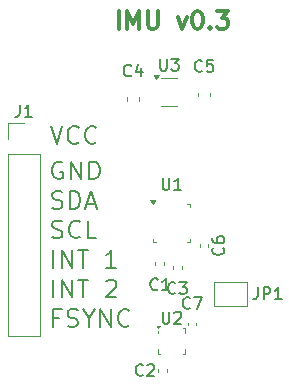
<source format=gbr>
%TF.GenerationSoftware,KiCad,Pcbnew,9.0.4*%
%TF.CreationDate,2025-08-31T17:03:05-04:00*%
%TF.ProjectId,IMU,494d552e-6b69-4636-9164-5f7063625858,0.2*%
%TF.SameCoordinates,Original*%
%TF.FileFunction,Legend,Top*%
%TF.FilePolarity,Positive*%
%FSLAX46Y46*%
G04 Gerber Fmt 4.6, Leading zero omitted, Abs format (unit mm)*
G04 Created by KiCad (PCBNEW 9.0.4) date 2025-08-31 17:03:05*
%MOMM*%
%LPD*%
G01*
G04 APERTURE LIST*
%ADD10C,0.187500*%
%ADD11C,0.300000*%
%ADD12C,0.150000*%
%ADD13C,0.120000*%
G04 APERTURE END LIST*
D10*
X139909069Y-98735250D02*
X140123355Y-98806678D01*
X140123355Y-98806678D02*
X140480497Y-98806678D01*
X140480497Y-98806678D02*
X140623355Y-98735250D01*
X140623355Y-98735250D02*
X140694783Y-98663821D01*
X140694783Y-98663821D02*
X140766212Y-98520964D01*
X140766212Y-98520964D02*
X140766212Y-98378107D01*
X140766212Y-98378107D02*
X140694783Y-98235250D01*
X140694783Y-98235250D02*
X140623355Y-98163821D01*
X140623355Y-98163821D02*
X140480497Y-98092392D01*
X140480497Y-98092392D02*
X140194783Y-98020964D01*
X140194783Y-98020964D02*
X140051926Y-97949535D01*
X140051926Y-97949535D02*
X139980497Y-97878107D01*
X139980497Y-97878107D02*
X139909069Y-97735250D01*
X139909069Y-97735250D02*
X139909069Y-97592392D01*
X139909069Y-97592392D02*
X139980497Y-97449535D01*
X139980497Y-97449535D02*
X140051926Y-97378107D01*
X140051926Y-97378107D02*
X140194783Y-97306678D01*
X140194783Y-97306678D02*
X140551926Y-97306678D01*
X140551926Y-97306678D02*
X140766212Y-97378107D01*
X141409068Y-98806678D02*
X141409068Y-97306678D01*
X141409068Y-97306678D02*
X141766211Y-97306678D01*
X141766211Y-97306678D02*
X141980497Y-97378107D01*
X141980497Y-97378107D02*
X142123354Y-97520964D01*
X142123354Y-97520964D02*
X142194783Y-97663821D01*
X142194783Y-97663821D02*
X142266211Y-97949535D01*
X142266211Y-97949535D02*
X142266211Y-98163821D01*
X142266211Y-98163821D02*
X142194783Y-98449535D01*
X142194783Y-98449535D02*
X142123354Y-98592392D01*
X142123354Y-98592392D02*
X141980497Y-98735250D01*
X141980497Y-98735250D02*
X141766211Y-98806678D01*
X141766211Y-98806678D02*
X141409068Y-98806678D01*
X142837640Y-98378107D02*
X143551926Y-98378107D01*
X142694783Y-98806678D02*
X143194783Y-97306678D01*
X143194783Y-97306678D02*
X143694783Y-98806678D01*
X140480497Y-108020964D02*
X139980497Y-108020964D01*
X139980497Y-108806678D02*
X139980497Y-107306678D01*
X139980497Y-107306678D02*
X140694783Y-107306678D01*
X141194783Y-108735250D02*
X141409069Y-108806678D01*
X141409069Y-108806678D02*
X141766211Y-108806678D01*
X141766211Y-108806678D02*
X141909069Y-108735250D01*
X141909069Y-108735250D02*
X141980497Y-108663821D01*
X141980497Y-108663821D02*
X142051926Y-108520964D01*
X142051926Y-108520964D02*
X142051926Y-108378107D01*
X142051926Y-108378107D02*
X141980497Y-108235250D01*
X141980497Y-108235250D02*
X141909069Y-108163821D01*
X141909069Y-108163821D02*
X141766211Y-108092392D01*
X141766211Y-108092392D02*
X141480497Y-108020964D01*
X141480497Y-108020964D02*
X141337640Y-107949535D01*
X141337640Y-107949535D02*
X141266211Y-107878107D01*
X141266211Y-107878107D02*
X141194783Y-107735250D01*
X141194783Y-107735250D02*
X141194783Y-107592392D01*
X141194783Y-107592392D02*
X141266211Y-107449535D01*
X141266211Y-107449535D02*
X141337640Y-107378107D01*
X141337640Y-107378107D02*
X141480497Y-107306678D01*
X141480497Y-107306678D02*
X141837640Y-107306678D01*
X141837640Y-107306678D02*
X142051926Y-107378107D01*
X142980497Y-108092392D02*
X142980497Y-108806678D01*
X142480497Y-107306678D02*
X142980497Y-108092392D01*
X142980497Y-108092392D02*
X143480497Y-107306678D01*
X143980496Y-108806678D02*
X143980496Y-107306678D01*
X143980496Y-107306678D02*
X144837639Y-108806678D01*
X144837639Y-108806678D02*
X144837639Y-107306678D01*
X146409068Y-108663821D02*
X146337640Y-108735250D01*
X146337640Y-108735250D02*
X146123354Y-108806678D01*
X146123354Y-108806678D02*
X145980497Y-108806678D01*
X145980497Y-108806678D02*
X145766211Y-108735250D01*
X145766211Y-108735250D02*
X145623354Y-108592392D01*
X145623354Y-108592392D02*
X145551925Y-108449535D01*
X145551925Y-108449535D02*
X145480497Y-108163821D01*
X145480497Y-108163821D02*
X145480497Y-107949535D01*
X145480497Y-107949535D02*
X145551925Y-107663821D01*
X145551925Y-107663821D02*
X145623354Y-107520964D01*
X145623354Y-107520964D02*
X145766211Y-107378107D01*
X145766211Y-107378107D02*
X145980497Y-107306678D01*
X145980497Y-107306678D02*
X146123354Y-107306678D01*
X146123354Y-107306678D02*
X146337640Y-107378107D01*
X146337640Y-107378107D02*
X146409068Y-107449535D01*
X139980497Y-106306678D02*
X139980497Y-104806678D01*
X140694783Y-106306678D02*
X140694783Y-104806678D01*
X140694783Y-104806678D02*
X141551926Y-106306678D01*
X141551926Y-106306678D02*
X141551926Y-104806678D01*
X142051927Y-104806678D02*
X142909070Y-104806678D01*
X142480498Y-106306678D02*
X142480498Y-104806678D01*
X144480498Y-104949535D02*
X144551926Y-104878107D01*
X144551926Y-104878107D02*
X144694784Y-104806678D01*
X144694784Y-104806678D02*
X145051926Y-104806678D01*
X145051926Y-104806678D02*
X145194784Y-104878107D01*
X145194784Y-104878107D02*
X145266212Y-104949535D01*
X145266212Y-104949535D02*
X145337641Y-105092392D01*
X145337641Y-105092392D02*
X145337641Y-105235250D01*
X145337641Y-105235250D02*
X145266212Y-105449535D01*
X145266212Y-105449535D02*
X144409069Y-106306678D01*
X144409069Y-106306678D02*
X145337641Y-106306678D01*
X140766212Y-94878107D02*
X140623355Y-94806678D01*
X140623355Y-94806678D02*
X140409069Y-94806678D01*
X140409069Y-94806678D02*
X140194783Y-94878107D01*
X140194783Y-94878107D02*
X140051926Y-95020964D01*
X140051926Y-95020964D02*
X139980497Y-95163821D01*
X139980497Y-95163821D02*
X139909069Y-95449535D01*
X139909069Y-95449535D02*
X139909069Y-95663821D01*
X139909069Y-95663821D02*
X139980497Y-95949535D01*
X139980497Y-95949535D02*
X140051926Y-96092392D01*
X140051926Y-96092392D02*
X140194783Y-96235250D01*
X140194783Y-96235250D02*
X140409069Y-96306678D01*
X140409069Y-96306678D02*
X140551926Y-96306678D01*
X140551926Y-96306678D02*
X140766212Y-96235250D01*
X140766212Y-96235250D02*
X140837640Y-96163821D01*
X140837640Y-96163821D02*
X140837640Y-95663821D01*
X140837640Y-95663821D02*
X140551926Y-95663821D01*
X141480497Y-96306678D02*
X141480497Y-94806678D01*
X141480497Y-94806678D02*
X142337640Y-96306678D01*
X142337640Y-96306678D02*
X142337640Y-94806678D01*
X143051926Y-96306678D02*
X143051926Y-94806678D01*
X143051926Y-94806678D02*
X143409069Y-94806678D01*
X143409069Y-94806678D02*
X143623355Y-94878107D01*
X143623355Y-94878107D02*
X143766212Y-95020964D01*
X143766212Y-95020964D02*
X143837641Y-95163821D01*
X143837641Y-95163821D02*
X143909069Y-95449535D01*
X143909069Y-95449535D02*
X143909069Y-95663821D01*
X143909069Y-95663821D02*
X143837641Y-95949535D01*
X143837641Y-95949535D02*
X143766212Y-96092392D01*
X143766212Y-96092392D02*
X143623355Y-96235250D01*
X143623355Y-96235250D02*
X143409069Y-96306678D01*
X143409069Y-96306678D02*
X143051926Y-96306678D01*
X139980497Y-103806678D02*
X139980497Y-102306678D01*
X140694783Y-103806678D02*
X140694783Y-102306678D01*
X140694783Y-102306678D02*
X141551926Y-103806678D01*
X141551926Y-103806678D02*
X141551926Y-102306678D01*
X142051927Y-102306678D02*
X142909070Y-102306678D01*
X142480498Y-103806678D02*
X142480498Y-102306678D01*
X145337641Y-103806678D02*
X144480498Y-103806678D01*
X144909069Y-103806678D02*
X144909069Y-102306678D01*
X144909069Y-102306678D02*
X144766212Y-102520964D01*
X144766212Y-102520964D02*
X144623355Y-102663821D01*
X144623355Y-102663821D02*
X144480498Y-102735250D01*
X139766212Y-91806678D02*
X140266212Y-93306678D01*
X140266212Y-93306678D02*
X140766212Y-91806678D01*
X142123354Y-93163821D02*
X142051926Y-93235250D01*
X142051926Y-93235250D02*
X141837640Y-93306678D01*
X141837640Y-93306678D02*
X141694783Y-93306678D01*
X141694783Y-93306678D02*
X141480497Y-93235250D01*
X141480497Y-93235250D02*
X141337640Y-93092392D01*
X141337640Y-93092392D02*
X141266211Y-92949535D01*
X141266211Y-92949535D02*
X141194783Y-92663821D01*
X141194783Y-92663821D02*
X141194783Y-92449535D01*
X141194783Y-92449535D02*
X141266211Y-92163821D01*
X141266211Y-92163821D02*
X141337640Y-92020964D01*
X141337640Y-92020964D02*
X141480497Y-91878107D01*
X141480497Y-91878107D02*
X141694783Y-91806678D01*
X141694783Y-91806678D02*
X141837640Y-91806678D01*
X141837640Y-91806678D02*
X142051926Y-91878107D01*
X142051926Y-91878107D02*
X142123354Y-91949535D01*
X143623354Y-93163821D02*
X143551926Y-93235250D01*
X143551926Y-93235250D02*
X143337640Y-93306678D01*
X143337640Y-93306678D02*
X143194783Y-93306678D01*
X143194783Y-93306678D02*
X142980497Y-93235250D01*
X142980497Y-93235250D02*
X142837640Y-93092392D01*
X142837640Y-93092392D02*
X142766211Y-92949535D01*
X142766211Y-92949535D02*
X142694783Y-92663821D01*
X142694783Y-92663821D02*
X142694783Y-92449535D01*
X142694783Y-92449535D02*
X142766211Y-92163821D01*
X142766211Y-92163821D02*
X142837640Y-92020964D01*
X142837640Y-92020964D02*
X142980497Y-91878107D01*
X142980497Y-91878107D02*
X143194783Y-91806678D01*
X143194783Y-91806678D02*
X143337640Y-91806678D01*
X143337640Y-91806678D02*
X143551926Y-91878107D01*
X143551926Y-91878107D02*
X143623354Y-91949535D01*
D11*
X145554510Y-83550828D02*
X145554510Y-82050828D01*
X146268796Y-83550828D02*
X146268796Y-82050828D01*
X146268796Y-82050828D02*
X146768796Y-83122257D01*
X146768796Y-83122257D02*
X147268796Y-82050828D01*
X147268796Y-82050828D02*
X147268796Y-83550828D01*
X147983082Y-82050828D02*
X147983082Y-83265114D01*
X147983082Y-83265114D02*
X148054511Y-83407971D01*
X148054511Y-83407971D02*
X148125940Y-83479400D01*
X148125940Y-83479400D02*
X148268797Y-83550828D01*
X148268797Y-83550828D02*
X148554511Y-83550828D01*
X148554511Y-83550828D02*
X148697368Y-83479400D01*
X148697368Y-83479400D02*
X148768797Y-83407971D01*
X148768797Y-83407971D02*
X148840225Y-83265114D01*
X148840225Y-83265114D02*
X148840225Y-82050828D01*
X150554511Y-82550828D02*
X150911654Y-83550828D01*
X150911654Y-83550828D02*
X151268797Y-82550828D01*
X152125940Y-82050828D02*
X152268797Y-82050828D01*
X152268797Y-82050828D02*
X152411654Y-82122257D01*
X152411654Y-82122257D02*
X152483083Y-82193685D01*
X152483083Y-82193685D02*
X152554511Y-82336542D01*
X152554511Y-82336542D02*
X152625940Y-82622257D01*
X152625940Y-82622257D02*
X152625940Y-82979400D01*
X152625940Y-82979400D02*
X152554511Y-83265114D01*
X152554511Y-83265114D02*
X152483083Y-83407971D01*
X152483083Y-83407971D02*
X152411654Y-83479400D01*
X152411654Y-83479400D02*
X152268797Y-83550828D01*
X152268797Y-83550828D02*
X152125940Y-83550828D01*
X152125940Y-83550828D02*
X151983083Y-83479400D01*
X151983083Y-83479400D02*
X151911654Y-83407971D01*
X151911654Y-83407971D02*
X151840225Y-83265114D01*
X151840225Y-83265114D02*
X151768797Y-82979400D01*
X151768797Y-82979400D02*
X151768797Y-82622257D01*
X151768797Y-82622257D02*
X151840225Y-82336542D01*
X151840225Y-82336542D02*
X151911654Y-82193685D01*
X151911654Y-82193685D02*
X151983083Y-82122257D01*
X151983083Y-82122257D02*
X152125940Y-82050828D01*
X153268796Y-83407971D02*
X153340225Y-83479400D01*
X153340225Y-83479400D02*
X153268796Y-83550828D01*
X153268796Y-83550828D02*
X153197368Y-83479400D01*
X153197368Y-83479400D02*
X153268796Y-83407971D01*
X153268796Y-83407971D02*
X153268796Y-83550828D01*
X153840225Y-82050828D02*
X154768797Y-82050828D01*
X154768797Y-82050828D02*
X154268797Y-82622257D01*
X154268797Y-82622257D02*
X154483082Y-82622257D01*
X154483082Y-82622257D02*
X154625940Y-82693685D01*
X154625940Y-82693685D02*
X154697368Y-82765114D01*
X154697368Y-82765114D02*
X154768797Y-82907971D01*
X154768797Y-82907971D02*
X154768797Y-83265114D01*
X154768797Y-83265114D02*
X154697368Y-83407971D01*
X154697368Y-83407971D02*
X154625940Y-83479400D01*
X154625940Y-83479400D02*
X154483082Y-83550828D01*
X154483082Y-83550828D02*
X154054511Y-83550828D01*
X154054511Y-83550828D02*
X153911654Y-83479400D01*
X153911654Y-83479400D02*
X153840225Y-83407971D01*
D10*
X139909069Y-101235250D02*
X140123355Y-101306678D01*
X140123355Y-101306678D02*
X140480497Y-101306678D01*
X140480497Y-101306678D02*
X140623355Y-101235250D01*
X140623355Y-101235250D02*
X140694783Y-101163821D01*
X140694783Y-101163821D02*
X140766212Y-101020964D01*
X140766212Y-101020964D02*
X140766212Y-100878107D01*
X140766212Y-100878107D02*
X140694783Y-100735250D01*
X140694783Y-100735250D02*
X140623355Y-100663821D01*
X140623355Y-100663821D02*
X140480497Y-100592392D01*
X140480497Y-100592392D02*
X140194783Y-100520964D01*
X140194783Y-100520964D02*
X140051926Y-100449535D01*
X140051926Y-100449535D02*
X139980497Y-100378107D01*
X139980497Y-100378107D02*
X139909069Y-100235250D01*
X139909069Y-100235250D02*
X139909069Y-100092392D01*
X139909069Y-100092392D02*
X139980497Y-99949535D01*
X139980497Y-99949535D02*
X140051926Y-99878107D01*
X140051926Y-99878107D02*
X140194783Y-99806678D01*
X140194783Y-99806678D02*
X140551926Y-99806678D01*
X140551926Y-99806678D02*
X140766212Y-99878107D01*
X142266211Y-101163821D02*
X142194783Y-101235250D01*
X142194783Y-101235250D02*
X141980497Y-101306678D01*
X141980497Y-101306678D02*
X141837640Y-101306678D01*
X141837640Y-101306678D02*
X141623354Y-101235250D01*
X141623354Y-101235250D02*
X141480497Y-101092392D01*
X141480497Y-101092392D02*
X141409068Y-100949535D01*
X141409068Y-100949535D02*
X141337640Y-100663821D01*
X141337640Y-100663821D02*
X141337640Y-100449535D01*
X141337640Y-100449535D02*
X141409068Y-100163821D01*
X141409068Y-100163821D02*
X141480497Y-100020964D01*
X141480497Y-100020964D02*
X141623354Y-99878107D01*
X141623354Y-99878107D02*
X141837640Y-99806678D01*
X141837640Y-99806678D02*
X141980497Y-99806678D01*
X141980497Y-99806678D02*
X142194783Y-99878107D01*
X142194783Y-99878107D02*
X142266211Y-99949535D01*
X143623354Y-101306678D02*
X142909068Y-101306678D01*
X142909068Y-101306678D02*
X142909068Y-99806678D01*
D12*
X150333333Y-105927080D02*
X150285714Y-105974700D01*
X150285714Y-105974700D02*
X150142857Y-106022319D01*
X150142857Y-106022319D02*
X150047619Y-106022319D01*
X150047619Y-106022319D02*
X149904762Y-105974700D01*
X149904762Y-105974700D02*
X149809524Y-105879461D01*
X149809524Y-105879461D02*
X149761905Y-105784223D01*
X149761905Y-105784223D02*
X149714286Y-105593747D01*
X149714286Y-105593747D02*
X149714286Y-105450890D01*
X149714286Y-105450890D02*
X149761905Y-105260414D01*
X149761905Y-105260414D02*
X149809524Y-105165176D01*
X149809524Y-105165176D02*
X149904762Y-105069938D01*
X149904762Y-105069938D02*
X150047619Y-105022319D01*
X150047619Y-105022319D02*
X150142857Y-105022319D01*
X150142857Y-105022319D02*
X150285714Y-105069938D01*
X150285714Y-105069938D02*
X150333333Y-105117557D01*
X150666667Y-105022319D02*
X151285714Y-105022319D01*
X151285714Y-105022319D02*
X150952381Y-105403271D01*
X150952381Y-105403271D02*
X151095238Y-105403271D01*
X151095238Y-105403271D02*
X151190476Y-105450890D01*
X151190476Y-105450890D02*
X151238095Y-105498509D01*
X151238095Y-105498509D02*
X151285714Y-105593747D01*
X151285714Y-105593747D02*
X151285714Y-105831842D01*
X151285714Y-105831842D02*
X151238095Y-105927080D01*
X151238095Y-105927080D02*
X151190476Y-105974700D01*
X151190476Y-105974700D02*
X151095238Y-106022319D01*
X151095238Y-106022319D02*
X150809524Y-106022319D01*
X150809524Y-106022319D02*
X150714286Y-105974700D01*
X150714286Y-105974700D02*
X150666667Y-105927080D01*
X157316666Y-105454819D02*
X157316666Y-106169104D01*
X157316666Y-106169104D02*
X157269047Y-106311961D01*
X157269047Y-106311961D02*
X157173809Y-106407200D01*
X157173809Y-106407200D02*
X157030952Y-106454819D01*
X157030952Y-106454819D02*
X156935714Y-106454819D01*
X157792857Y-106454819D02*
X157792857Y-105454819D01*
X157792857Y-105454819D02*
X158173809Y-105454819D01*
X158173809Y-105454819D02*
X158269047Y-105502438D01*
X158269047Y-105502438D02*
X158316666Y-105550057D01*
X158316666Y-105550057D02*
X158364285Y-105645295D01*
X158364285Y-105645295D02*
X158364285Y-105788152D01*
X158364285Y-105788152D02*
X158316666Y-105883390D01*
X158316666Y-105883390D02*
X158269047Y-105931009D01*
X158269047Y-105931009D02*
X158173809Y-105978628D01*
X158173809Y-105978628D02*
X157792857Y-105978628D01*
X159316666Y-106454819D02*
X158745238Y-106454819D01*
X159030952Y-106454819D02*
X159030952Y-105454819D01*
X159030952Y-105454819D02*
X158935714Y-105597676D01*
X158935714Y-105597676D02*
X158840476Y-105692914D01*
X158840476Y-105692914D02*
X158745238Y-105740533D01*
X151583333Y-107177080D02*
X151535714Y-107224700D01*
X151535714Y-107224700D02*
X151392857Y-107272319D01*
X151392857Y-107272319D02*
X151297619Y-107272319D01*
X151297619Y-107272319D02*
X151154762Y-107224700D01*
X151154762Y-107224700D02*
X151059524Y-107129461D01*
X151059524Y-107129461D02*
X151011905Y-107034223D01*
X151011905Y-107034223D02*
X150964286Y-106843747D01*
X150964286Y-106843747D02*
X150964286Y-106700890D01*
X150964286Y-106700890D02*
X151011905Y-106510414D01*
X151011905Y-106510414D02*
X151059524Y-106415176D01*
X151059524Y-106415176D02*
X151154762Y-106319938D01*
X151154762Y-106319938D02*
X151297619Y-106272319D01*
X151297619Y-106272319D02*
X151392857Y-106272319D01*
X151392857Y-106272319D02*
X151535714Y-106319938D01*
X151535714Y-106319938D02*
X151583333Y-106367557D01*
X151916667Y-106272319D02*
X152583333Y-106272319D01*
X152583333Y-106272319D02*
X152154762Y-107272319D01*
X137166666Y-89994819D02*
X137166666Y-90709104D01*
X137166666Y-90709104D02*
X137119047Y-90851961D01*
X137119047Y-90851961D02*
X137023809Y-90947200D01*
X137023809Y-90947200D02*
X136880952Y-90994819D01*
X136880952Y-90994819D02*
X136785714Y-90994819D01*
X138166666Y-90994819D02*
X137595238Y-90994819D01*
X137880952Y-90994819D02*
X137880952Y-89994819D01*
X137880952Y-89994819D02*
X137785714Y-90137676D01*
X137785714Y-90137676D02*
X137690476Y-90232914D01*
X137690476Y-90232914D02*
X137595238Y-90280533D01*
X148833333Y-105609580D02*
X148785714Y-105657200D01*
X148785714Y-105657200D02*
X148642857Y-105704819D01*
X148642857Y-105704819D02*
X148547619Y-105704819D01*
X148547619Y-105704819D02*
X148404762Y-105657200D01*
X148404762Y-105657200D02*
X148309524Y-105561961D01*
X148309524Y-105561961D02*
X148261905Y-105466723D01*
X148261905Y-105466723D02*
X148214286Y-105276247D01*
X148214286Y-105276247D02*
X148214286Y-105133390D01*
X148214286Y-105133390D02*
X148261905Y-104942914D01*
X148261905Y-104942914D02*
X148309524Y-104847676D01*
X148309524Y-104847676D02*
X148404762Y-104752438D01*
X148404762Y-104752438D02*
X148547619Y-104704819D01*
X148547619Y-104704819D02*
X148642857Y-104704819D01*
X148642857Y-104704819D02*
X148785714Y-104752438D01*
X148785714Y-104752438D02*
X148833333Y-104800057D01*
X149785714Y-105704819D02*
X149214286Y-105704819D01*
X149500000Y-105704819D02*
X149500000Y-104704819D01*
X149500000Y-104704819D02*
X149404762Y-104847676D01*
X149404762Y-104847676D02*
X149309524Y-104942914D01*
X149309524Y-104942914D02*
X149214286Y-104990533D01*
X152583333Y-87109580D02*
X152535714Y-87157200D01*
X152535714Y-87157200D02*
X152392857Y-87204819D01*
X152392857Y-87204819D02*
X152297619Y-87204819D01*
X152297619Y-87204819D02*
X152154762Y-87157200D01*
X152154762Y-87157200D02*
X152059524Y-87061961D01*
X152059524Y-87061961D02*
X152011905Y-86966723D01*
X152011905Y-86966723D02*
X151964286Y-86776247D01*
X151964286Y-86776247D02*
X151964286Y-86633390D01*
X151964286Y-86633390D02*
X152011905Y-86442914D01*
X152011905Y-86442914D02*
X152059524Y-86347676D01*
X152059524Y-86347676D02*
X152154762Y-86252438D01*
X152154762Y-86252438D02*
X152297619Y-86204819D01*
X152297619Y-86204819D02*
X152392857Y-86204819D01*
X152392857Y-86204819D02*
X152535714Y-86252438D01*
X152535714Y-86252438D02*
X152583333Y-86300057D01*
X153488095Y-86204819D02*
X153011905Y-86204819D01*
X153011905Y-86204819D02*
X152964286Y-86681009D01*
X152964286Y-86681009D02*
X153011905Y-86633390D01*
X153011905Y-86633390D02*
X153107143Y-86585771D01*
X153107143Y-86585771D02*
X153345238Y-86585771D01*
X153345238Y-86585771D02*
X153440476Y-86633390D01*
X153440476Y-86633390D02*
X153488095Y-86681009D01*
X153488095Y-86681009D02*
X153535714Y-86776247D01*
X153535714Y-86776247D02*
X153535714Y-87014342D01*
X153535714Y-87014342D02*
X153488095Y-87109580D01*
X153488095Y-87109580D02*
X153440476Y-87157200D01*
X153440476Y-87157200D02*
X153345238Y-87204819D01*
X153345238Y-87204819D02*
X153107143Y-87204819D01*
X153107143Y-87204819D02*
X153011905Y-87157200D01*
X153011905Y-87157200D02*
X152964286Y-87109580D01*
X149038095Y-86104819D02*
X149038095Y-86914342D01*
X149038095Y-86914342D02*
X149085714Y-87009580D01*
X149085714Y-87009580D02*
X149133333Y-87057200D01*
X149133333Y-87057200D02*
X149228571Y-87104819D01*
X149228571Y-87104819D02*
X149419047Y-87104819D01*
X149419047Y-87104819D02*
X149514285Y-87057200D01*
X149514285Y-87057200D02*
X149561904Y-87009580D01*
X149561904Y-87009580D02*
X149609523Y-86914342D01*
X149609523Y-86914342D02*
X149609523Y-86104819D01*
X149990476Y-86104819D02*
X150609523Y-86104819D01*
X150609523Y-86104819D02*
X150276190Y-86485771D01*
X150276190Y-86485771D02*
X150419047Y-86485771D01*
X150419047Y-86485771D02*
X150514285Y-86533390D01*
X150514285Y-86533390D02*
X150561904Y-86581009D01*
X150561904Y-86581009D02*
X150609523Y-86676247D01*
X150609523Y-86676247D02*
X150609523Y-86914342D01*
X150609523Y-86914342D02*
X150561904Y-87009580D01*
X150561904Y-87009580D02*
X150514285Y-87057200D01*
X150514285Y-87057200D02*
X150419047Y-87104819D01*
X150419047Y-87104819D02*
X150133333Y-87104819D01*
X150133333Y-87104819D02*
X150038095Y-87057200D01*
X150038095Y-87057200D02*
X149990476Y-87009580D01*
X149238095Y-107517319D02*
X149238095Y-108326842D01*
X149238095Y-108326842D02*
X149285714Y-108422080D01*
X149285714Y-108422080D02*
X149333333Y-108469700D01*
X149333333Y-108469700D02*
X149428571Y-108517319D01*
X149428571Y-108517319D02*
X149619047Y-108517319D01*
X149619047Y-108517319D02*
X149714285Y-108469700D01*
X149714285Y-108469700D02*
X149761904Y-108422080D01*
X149761904Y-108422080D02*
X149809523Y-108326842D01*
X149809523Y-108326842D02*
X149809523Y-107517319D01*
X150238095Y-107612557D02*
X150285714Y-107564938D01*
X150285714Y-107564938D02*
X150380952Y-107517319D01*
X150380952Y-107517319D02*
X150619047Y-107517319D01*
X150619047Y-107517319D02*
X150714285Y-107564938D01*
X150714285Y-107564938D02*
X150761904Y-107612557D01*
X150761904Y-107612557D02*
X150809523Y-107707795D01*
X150809523Y-107707795D02*
X150809523Y-107803033D01*
X150809523Y-107803033D02*
X150761904Y-107945890D01*
X150761904Y-107945890D02*
X150190476Y-108517319D01*
X150190476Y-108517319D02*
X150809523Y-108517319D01*
X147583333Y-112859580D02*
X147535714Y-112907200D01*
X147535714Y-112907200D02*
X147392857Y-112954819D01*
X147392857Y-112954819D02*
X147297619Y-112954819D01*
X147297619Y-112954819D02*
X147154762Y-112907200D01*
X147154762Y-112907200D02*
X147059524Y-112811961D01*
X147059524Y-112811961D02*
X147011905Y-112716723D01*
X147011905Y-112716723D02*
X146964286Y-112526247D01*
X146964286Y-112526247D02*
X146964286Y-112383390D01*
X146964286Y-112383390D02*
X147011905Y-112192914D01*
X147011905Y-112192914D02*
X147059524Y-112097676D01*
X147059524Y-112097676D02*
X147154762Y-112002438D01*
X147154762Y-112002438D02*
X147297619Y-111954819D01*
X147297619Y-111954819D02*
X147392857Y-111954819D01*
X147392857Y-111954819D02*
X147535714Y-112002438D01*
X147535714Y-112002438D02*
X147583333Y-112050057D01*
X147964286Y-112050057D02*
X148011905Y-112002438D01*
X148011905Y-112002438D02*
X148107143Y-111954819D01*
X148107143Y-111954819D02*
X148345238Y-111954819D01*
X148345238Y-111954819D02*
X148440476Y-112002438D01*
X148440476Y-112002438D02*
X148488095Y-112050057D01*
X148488095Y-112050057D02*
X148535714Y-112145295D01*
X148535714Y-112145295D02*
X148535714Y-112240533D01*
X148535714Y-112240533D02*
X148488095Y-112383390D01*
X148488095Y-112383390D02*
X147916667Y-112954819D01*
X147916667Y-112954819D02*
X148535714Y-112954819D01*
X154359580Y-102099166D02*
X154407200Y-102146785D01*
X154407200Y-102146785D02*
X154454819Y-102289642D01*
X154454819Y-102289642D02*
X154454819Y-102384880D01*
X154454819Y-102384880D02*
X154407200Y-102527737D01*
X154407200Y-102527737D02*
X154311961Y-102622975D01*
X154311961Y-102622975D02*
X154216723Y-102670594D01*
X154216723Y-102670594D02*
X154026247Y-102718213D01*
X154026247Y-102718213D02*
X153883390Y-102718213D01*
X153883390Y-102718213D02*
X153692914Y-102670594D01*
X153692914Y-102670594D02*
X153597676Y-102622975D01*
X153597676Y-102622975D02*
X153502438Y-102527737D01*
X153502438Y-102527737D02*
X153454819Y-102384880D01*
X153454819Y-102384880D02*
X153454819Y-102289642D01*
X153454819Y-102289642D02*
X153502438Y-102146785D01*
X153502438Y-102146785D02*
X153550057Y-102099166D01*
X153454819Y-101242023D02*
X153454819Y-101432499D01*
X153454819Y-101432499D02*
X153502438Y-101527737D01*
X153502438Y-101527737D02*
X153550057Y-101575356D01*
X153550057Y-101575356D02*
X153692914Y-101670594D01*
X153692914Y-101670594D02*
X153883390Y-101718213D01*
X153883390Y-101718213D02*
X154264342Y-101718213D01*
X154264342Y-101718213D02*
X154359580Y-101670594D01*
X154359580Y-101670594D02*
X154407200Y-101622975D01*
X154407200Y-101622975D02*
X154454819Y-101527737D01*
X154454819Y-101527737D02*
X154454819Y-101337261D01*
X154454819Y-101337261D02*
X154407200Y-101242023D01*
X154407200Y-101242023D02*
X154359580Y-101194404D01*
X154359580Y-101194404D02*
X154264342Y-101146785D01*
X154264342Y-101146785D02*
X154026247Y-101146785D01*
X154026247Y-101146785D02*
X153931009Y-101194404D01*
X153931009Y-101194404D02*
X153883390Y-101242023D01*
X153883390Y-101242023D02*
X153835771Y-101337261D01*
X153835771Y-101337261D02*
X153835771Y-101527737D01*
X153835771Y-101527737D02*
X153883390Y-101622975D01*
X153883390Y-101622975D02*
X153931009Y-101670594D01*
X153931009Y-101670594D02*
X154026247Y-101718213D01*
X149238095Y-96204819D02*
X149238095Y-97014342D01*
X149238095Y-97014342D02*
X149285714Y-97109580D01*
X149285714Y-97109580D02*
X149333333Y-97157200D01*
X149333333Y-97157200D02*
X149428571Y-97204819D01*
X149428571Y-97204819D02*
X149619047Y-97204819D01*
X149619047Y-97204819D02*
X149714285Y-97157200D01*
X149714285Y-97157200D02*
X149761904Y-97109580D01*
X149761904Y-97109580D02*
X149809523Y-97014342D01*
X149809523Y-97014342D02*
X149809523Y-96204819D01*
X150809523Y-97204819D02*
X150238095Y-97204819D01*
X150523809Y-97204819D02*
X150523809Y-96204819D01*
X150523809Y-96204819D02*
X150428571Y-96347676D01*
X150428571Y-96347676D02*
X150333333Y-96442914D01*
X150333333Y-96442914D02*
X150238095Y-96490533D01*
X146583333Y-87497080D02*
X146535714Y-87544700D01*
X146535714Y-87544700D02*
X146392857Y-87592319D01*
X146392857Y-87592319D02*
X146297619Y-87592319D01*
X146297619Y-87592319D02*
X146154762Y-87544700D01*
X146154762Y-87544700D02*
X146059524Y-87449461D01*
X146059524Y-87449461D02*
X146011905Y-87354223D01*
X146011905Y-87354223D02*
X145964286Y-87163747D01*
X145964286Y-87163747D02*
X145964286Y-87020890D01*
X145964286Y-87020890D02*
X146011905Y-86830414D01*
X146011905Y-86830414D02*
X146059524Y-86735176D01*
X146059524Y-86735176D02*
X146154762Y-86639938D01*
X146154762Y-86639938D02*
X146297619Y-86592319D01*
X146297619Y-86592319D02*
X146392857Y-86592319D01*
X146392857Y-86592319D02*
X146535714Y-86639938D01*
X146535714Y-86639938D02*
X146583333Y-86687557D01*
X147440476Y-86925652D02*
X147440476Y-87592319D01*
X147202381Y-86544700D02*
X146964286Y-87258985D01*
X146964286Y-87258985D02*
X147583333Y-87258985D01*
D13*
%TO.C,C3*%
X150140000Y-103634165D02*
X150140000Y-103865835D01*
X150860000Y-103634165D02*
X150860000Y-103865835D01*
%TO.C,JP1*%
X153600000Y-105000000D02*
X156400000Y-105000000D01*
X153600000Y-107000000D02*
X153600000Y-105000000D01*
X156400000Y-105000000D02*
X156400000Y-107000000D01*
X156400000Y-107000000D02*
X153600000Y-107000000D01*
%TO.C,C7*%
X151390000Y-108451665D02*
X151390000Y-108683335D01*
X152110000Y-108451665D02*
X152110000Y-108683335D01*
%TO.C,J1*%
X136120000Y-91540000D02*
X137500000Y-91540000D01*
X136120000Y-92920000D02*
X136120000Y-91540000D01*
X136120000Y-94190000D02*
X136120000Y-109540000D01*
X136120000Y-94190000D02*
X138880000Y-94190000D01*
X136120000Y-109540000D02*
X138880000Y-109540000D01*
X138880000Y-94190000D02*
X138880000Y-109540000D01*
%TO.C,C1*%
X148640000Y-103316665D02*
X148640000Y-103548335D01*
X149360000Y-103316665D02*
X149360000Y-103548335D01*
%TO.C,C5*%
X152240000Y-88991233D02*
X152240000Y-89283767D01*
X153260000Y-88991233D02*
X153260000Y-89283767D01*
%TO.C,U3*%
X149090000Y-87740000D02*
X150500000Y-87740000D01*
X149100000Y-90060000D02*
X150500000Y-90060000D01*
X148720000Y-87790000D02*
X148480000Y-87460000D01*
X148960000Y-87460000D01*
X148720000Y-87790000D01*
G36*
X148720000Y-87790000D02*
G01*
X148480000Y-87460000D01*
X148960000Y-87460000D01*
X148720000Y-87790000D01*
G37*
%TO.C,U2*%
X148880000Y-109327500D02*
X148880000Y-109132500D01*
X148890000Y-111122500D02*
X148890000Y-110697500D01*
X149065000Y-111122500D02*
X148890000Y-111122500D01*
X150935000Y-108902500D02*
X151110000Y-108902500D01*
X150935000Y-111122500D02*
X151110000Y-111122500D01*
X151110000Y-108902500D02*
X151110000Y-109327500D01*
X151110000Y-111122500D02*
X151110000Y-110697500D01*
X148880000Y-108892500D02*
X148740000Y-108702500D01*
X149020000Y-108702500D01*
X148880000Y-108892500D01*
G36*
X148880000Y-108892500D02*
G01*
X148740000Y-108702500D01*
X149020000Y-108702500D01*
X148880000Y-108892500D01*
G37*
%TO.C,C2*%
X148890000Y-112384165D02*
X148890000Y-112615835D01*
X149610000Y-112384165D02*
X149610000Y-112615835D01*
%TO.C,C6*%
X152390000Y-101816665D02*
X152390000Y-102048335D01*
X153110000Y-101816665D02*
X153110000Y-102048335D01*
%TO.C,U1*%
X148400000Y-101600000D02*
X148400000Y-101350000D01*
X148400000Y-101600000D02*
X148650000Y-101600000D01*
X151600000Y-98400000D02*
X151350000Y-98400000D01*
X151600000Y-98400000D02*
X151600000Y-98650000D01*
X151600000Y-101600000D02*
X151350000Y-101600000D01*
X151600000Y-101600000D02*
X151600000Y-101350000D01*
X148400000Y-98400000D02*
X148160000Y-98070000D01*
X148640000Y-98070000D01*
X148400000Y-98400000D01*
G36*
X148400000Y-98400000D02*
G01*
X148160000Y-98070000D01*
X148640000Y-98070000D01*
X148400000Y-98400000D01*
G37*
%TO.C,C4*%
X146240000Y-89353733D02*
X146240000Y-89646267D01*
X147260000Y-89353733D02*
X147260000Y-89646267D01*
%TD*%
M02*

</source>
